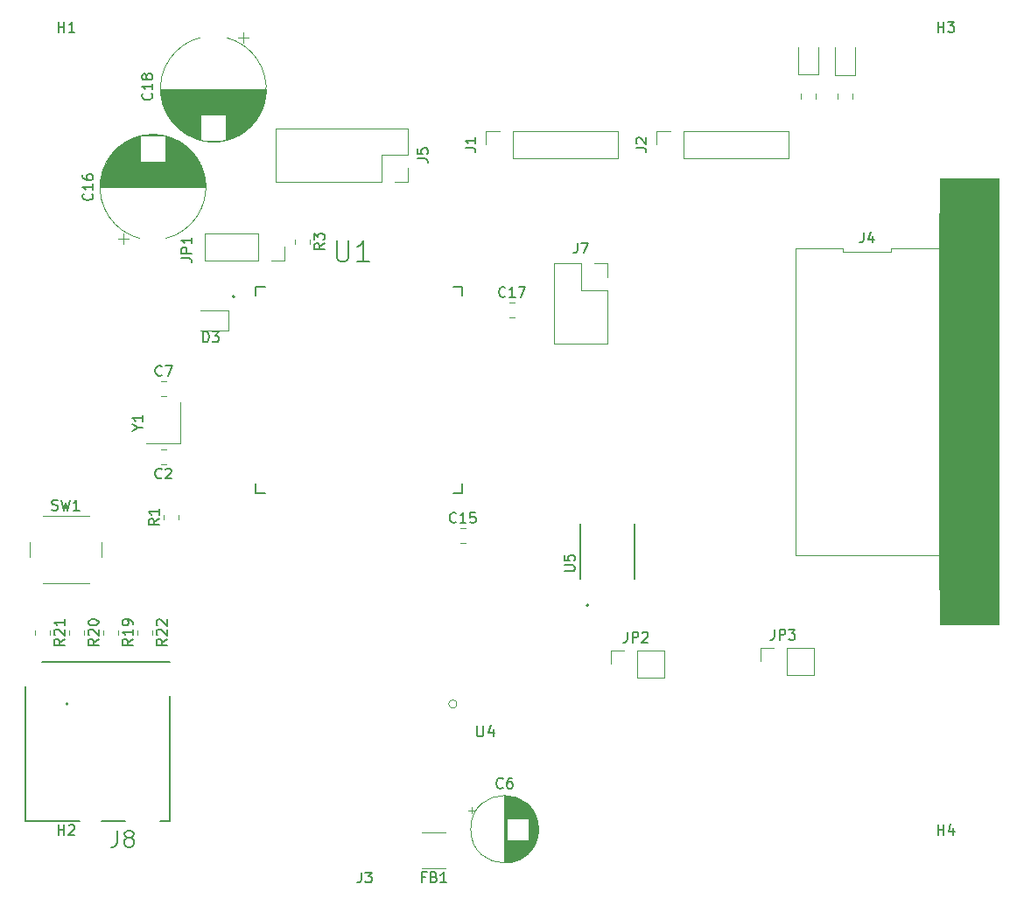
<source format=gbr>
%TF.GenerationSoftware,KiCad,Pcbnew,(5.1.8)-1*%
%TF.CreationDate,2021-11-01T21:13:11+01:00*%
%TF.ProjectId,Dashboard,44617368-626f-4617-9264-2e6b69636164,rev?*%
%TF.SameCoordinates,Original*%
%TF.FileFunction,Legend,Top*%
%TF.FilePolarity,Positive*%
%FSLAX46Y46*%
G04 Gerber Fmt 4.6, Leading zero omitted, Abs format (unit mm)*
G04 Created by KiCad (PCBNEW (5.1.8)-1) date 2021-11-01 21:13:11*
%MOMM*%
%LPD*%
G01*
G04 APERTURE LIST*
%ADD10C,0.120000*%
%ADD11C,0.152400*%
%ADD12C,0.200000*%
%ADD13C,0.100000*%
%ADD14C,0.127000*%
%ADD15C,0.150000*%
G04 APERTURE END LIST*
D10*
%TO.C,D1*%
X247579000Y-16731500D02*
X247579000Y-19416500D01*
X247579000Y-19416500D02*
X249499000Y-19416500D01*
X249499000Y-19416500D02*
X249499000Y-16731500D01*
%TO.C,D2*%
X245943000Y-19386500D02*
X245943000Y-16701500D01*
X244023000Y-19386500D02*
X245943000Y-19386500D01*
X244023000Y-16701500D02*
X244023000Y-19386500D01*
%TO.C,J2*%
X232918000Y-27492000D02*
X232918000Y-24832000D01*
X232918000Y-27492000D02*
X243138000Y-27492000D01*
X243138000Y-27492000D02*
X243138000Y-24832000D01*
X232918000Y-24832000D02*
X243138000Y-24832000D01*
X230318000Y-24832000D02*
X231648000Y-24832000D01*
X230318000Y-26162000D02*
X230318000Y-24832000D01*
%TO.C,J1*%
X213808000Y-26162000D02*
X213808000Y-24832000D01*
X213808000Y-24832000D02*
X215138000Y-24832000D01*
X216408000Y-24832000D02*
X226628000Y-24832000D01*
X226628000Y-27492000D02*
X226628000Y-24832000D01*
X216408000Y-27492000D02*
X226628000Y-27492000D01*
X216408000Y-27492000D02*
X216408000Y-24832000D01*
%TO.C,R4*%
X244248000Y-21259436D02*
X244248000Y-21713564D01*
X245718000Y-21259436D02*
X245718000Y-21713564D01*
%TO.C,R2*%
X249274000Y-21259436D02*
X249274000Y-21713564D01*
X247804000Y-21259436D02*
X247804000Y-21713564D01*
D11*
%TO.C,U1*%
X211549000Y-39911000D02*
X211549000Y-40811000D01*
X210649000Y-39911000D02*
X211549000Y-39911000D01*
X211549000Y-59911000D02*
X211549000Y-59011000D01*
X210649000Y-59911000D02*
X211549000Y-59911000D01*
X191549000Y-59911000D02*
X192449000Y-59911000D01*
X191549000Y-59011000D02*
X191549000Y-59911000D01*
X191549000Y-39911000D02*
X192449000Y-39911000D01*
X191549000Y-40811000D02*
X191549000Y-39911000D01*
D12*
X189509000Y-40881000D02*
G75*
G03*
X189509000Y-40881000I-100000J0D01*
G01*
D10*
%TO.C,C6*%
X212440759Y-90302000D02*
X212440759Y-90932000D01*
X212125759Y-90617000D02*
X212755759Y-90617000D01*
X218867000Y-92054000D02*
X218867000Y-92858000D01*
X218827000Y-91823000D02*
X218827000Y-93089000D01*
X218787000Y-91654000D02*
X218787000Y-93258000D01*
X218747000Y-91516000D02*
X218747000Y-93396000D01*
X218707000Y-91397000D02*
X218707000Y-93515000D01*
X218667000Y-91291000D02*
X218667000Y-93621000D01*
X218627000Y-91194000D02*
X218627000Y-93718000D01*
X218587000Y-91106000D02*
X218587000Y-93806000D01*
X218547000Y-91024000D02*
X218547000Y-93888000D01*
X218507000Y-90947000D02*
X218507000Y-93965000D01*
X218467000Y-90875000D02*
X218467000Y-94037000D01*
X218427000Y-90806000D02*
X218427000Y-94106000D01*
X218387000Y-90742000D02*
X218387000Y-94170000D01*
X218347000Y-90680000D02*
X218347000Y-94232000D01*
X218307000Y-90622000D02*
X218307000Y-94290000D01*
X218267000Y-90566000D02*
X218267000Y-94346000D01*
X218227000Y-90512000D02*
X218227000Y-94400000D01*
X218187000Y-90461000D02*
X218187000Y-94451000D01*
X218147000Y-90412000D02*
X218147000Y-94500000D01*
X218107000Y-90364000D02*
X218107000Y-94548000D01*
X218067000Y-90319000D02*
X218067000Y-94593000D01*
X218027000Y-90274000D02*
X218027000Y-94638000D01*
X217987000Y-90232000D02*
X217987000Y-94680000D01*
X217947000Y-90191000D02*
X217947000Y-94721000D01*
X217907000Y-93496000D02*
X217907000Y-94761000D01*
X217907000Y-90151000D02*
X217907000Y-91416000D01*
X217867000Y-93496000D02*
X217867000Y-94799000D01*
X217867000Y-90113000D02*
X217867000Y-91416000D01*
X217827000Y-93496000D02*
X217827000Y-94836000D01*
X217827000Y-90076000D02*
X217827000Y-91416000D01*
X217787000Y-93496000D02*
X217787000Y-94872000D01*
X217787000Y-90040000D02*
X217787000Y-91416000D01*
X217747000Y-93496000D02*
X217747000Y-94906000D01*
X217747000Y-90006000D02*
X217747000Y-91416000D01*
X217707000Y-93496000D02*
X217707000Y-94940000D01*
X217707000Y-89972000D02*
X217707000Y-91416000D01*
X217667000Y-93496000D02*
X217667000Y-94972000D01*
X217667000Y-89940000D02*
X217667000Y-91416000D01*
X217627000Y-93496000D02*
X217627000Y-95004000D01*
X217627000Y-89908000D02*
X217627000Y-91416000D01*
X217587000Y-93496000D02*
X217587000Y-95034000D01*
X217587000Y-89878000D02*
X217587000Y-91416000D01*
X217547000Y-93496000D02*
X217547000Y-95063000D01*
X217547000Y-89849000D02*
X217547000Y-91416000D01*
X217507000Y-93496000D02*
X217507000Y-95092000D01*
X217507000Y-89820000D02*
X217507000Y-91416000D01*
X217467000Y-93496000D02*
X217467000Y-95120000D01*
X217467000Y-89792000D02*
X217467000Y-91416000D01*
X217427000Y-93496000D02*
X217427000Y-95146000D01*
X217427000Y-89766000D02*
X217427000Y-91416000D01*
X217387000Y-93496000D02*
X217387000Y-95172000D01*
X217387000Y-89740000D02*
X217387000Y-91416000D01*
X217347000Y-93496000D02*
X217347000Y-95198000D01*
X217347000Y-89714000D02*
X217347000Y-91416000D01*
X217307000Y-93496000D02*
X217307000Y-95222000D01*
X217307000Y-89690000D02*
X217307000Y-91416000D01*
X217267000Y-93496000D02*
X217267000Y-95246000D01*
X217267000Y-89666000D02*
X217267000Y-91416000D01*
X217227000Y-93496000D02*
X217227000Y-95268000D01*
X217227000Y-89644000D02*
X217227000Y-91416000D01*
X217187000Y-93496000D02*
X217187000Y-95290000D01*
X217187000Y-89622000D02*
X217187000Y-91416000D01*
X217147000Y-93496000D02*
X217147000Y-95312000D01*
X217147000Y-89600000D02*
X217147000Y-91416000D01*
X217107000Y-93496000D02*
X217107000Y-95332000D01*
X217107000Y-89580000D02*
X217107000Y-91416000D01*
X217067000Y-93496000D02*
X217067000Y-95352000D01*
X217067000Y-89560000D02*
X217067000Y-91416000D01*
X217027000Y-93496000D02*
X217027000Y-95372000D01*
X217027000Y-89540000D02*
X217027000Y-91416000D01*
X216987000Y-93496000D02*
X216987000Y-95390000D01*
X216987000Y-89522000D02*
X216987000Y-91416000D01*
X216947000Y-93496000D02*
X216947000Y-95408000D01*
X216947000Y-89504000D02*
X216947000Y-91416000D01*
X216907000Y-93496000D02*
X216907000Y-95426000D01*
X216907000Y-89486000D02*
X216907000Y-91416000D01*
X216867000Y-93496000D02*
X216867000Y-95442000D01*
X216867000Y-89470000D02*
X216867000Y-91416000D01*
X216827000Y-93496000D02*
X216827000Y-95458000D01*
X216827000Y-89454000D02*
X216827000Y-91416000D01*
X216787000Y-93496000D02*
X216787000Y-95474000D01*
X216787000Y-89438000D02*
X216787000Y-91416000D01*
X216747000Y-93496000D02*
X216747000Y-95489000D01*
X216747000Y-89423000D02*
X216747000Y-91416000D01*
X216707000Y-93496000D02*
X216707000Y-95503000D01*
X216707000Y-89409000D02*
X216707000Y-91416000D01*
X216667000Y-93496000D02*
X216667000Y-95517000D01*
X216667000Y-89395000D02*
X216667000Y-91416000D01*
X216627000Y-93496000D02*
X216627000Y-95530000D01*
X216627000Y-89382000D02*
X216627000Y-91416000D01*
X216587000Y-93496000D02*
X216587000Y-95542000D01*
X216587000Y-89370000D02*
X216587000Y-91416000D01*
X216547000Y-93496000D02*
X216547000Y-95554000D01*
X216547000Y-89358000D02*
X216547000Y-91416000D01*
X216507000Y-93496000D02*
X216507000Y-95566000D01*
X216507000Y-89346000D02*
X216507000Y-91416000D01*
X216467000Y-93496000D02*
X216467000Y-95577000D01*
X216467000Y-89335000D02*
X216467000Y-91416000D01*
X216427000Y-93496000D02*
X216427000Y-95587000D01*
X216427000Y-89325000D02*
X216427000Y-91416000D01*
X216387000Y-93496000D02*
X216387000Y-95597000D01*
X216387000Y-89315000D02*
X216387000Y-91416000D01*
X216347000Y-93496000D02*
X216347000Y-95606000D01*
X216347000Y-89306000D02*
X216347000Y-91416000D01*
X216306000Y-93496000D02*
X216306000Y-95615000D01*
X216306000Y-89297000D02*
X216306000Y-91416000D01*
X216266000Y-93496000D02*
X216266000Y-95623000D01*
X216266000Y-89289000D02*
X216266000Y-91416000D01*
X216226000Y-93496000D02*
X216226000Y-95631000D01*
X216226000Y-89281000D02*
X216226000Y-91416000D01*
X216186000Y-93496000D02*
X216186000Y-95638000D01*
X216186000Y-89274000D02*
X216186000Y-91416000D01*
X216146000Y-93496000D02*
X216146000Y-95645000D01*
X216146000Y-89267000D02*
X216146000Y-91416000D01*
X216106000Y-93496000D02*
X216106000Y-95651000D01*
X216106000Y-89261000D02*
X216106000Y-91416000D01*
X216066000Y-93496000D02*
X216066000Y-95657000D01*
X216066000Y-89255000D02*
X216066000Y-91416000D01*
X216026000Y-93496000D02*
X216026000Y-95662000D01*
X216026000Y-89250000D02*
X216026000Y-91416000D01*
X215986000Y-93496000D02*
X215986000Y-95667000D01*
X215986000Y-89245000D02*
X215986000Y-91416000D01*
X215946000Y-93496000D02*
X215946000Y-95671000D01*
X215946000Y-89241000D02*
X215946000Y-91416000D01*
X215906000Y-93496000D02*
X215906000Y-95674000D01*
X215906000Y-89238000D02*
X215906000Y-91416000D01*
X215866000Y-93496000D02*
X215866000Y-95678000D01*
X215866000Y-89234000D02*
X215866000Y-91416000D01*
X215826000Y-89232000D02*
X215826000Y-95680000D01*
X215786000Y-89229000D02*
X215786000Y-95683000D01*
X215746000Y-89228000D02*
X215746000Y-95684000D01*
X215706000Y-89226000D02*
X215706000Y-95686000D01*
X215666000Y-89226000D02*
X215666000Y-95686000D01*
X215626000Y-89226000D02*
X215626000Y-95686000D01*
X218896000Y-92456000D02*
G75*
G03*
X218896000Y-92456000I-3270000J0D01*
G01*
D13*
%TO.C,U4*%
X211022000Y-80328000D02*
G75*
G03*
X211022000Y-80328000I-400000J0D01*
G01*
D10*
%TO.C,C2*%
X182887252Y-55653000D02*
X182364748Y-55653000D01*
X182887252Y-57123000D02*
X182364748Y-57123000D01*
%TO.C,C7*%
X182364748Y-49049000D02*
X182887252Y-49049000D01*
X182364748Y-50519000D02*
X182887252Y-50519000D01*
%TO.C,C15*%
X211320748Y-63273000D02*
X211843252Y-63273000D01*
X211320748Y-64743000D02*
X211843252Y-64743000D01*
%TO.C,C17*%
X216080748Y-42899000D02*
X216603252Y-42899000D01*
X216080748Y-41429000D02*
X216603252Y-41429000D01*
%TO.C,D3*%
X188883000Y-42220000D02*
X186198000Y-42220000D01*
X188883000Y-44140000D02*
X188883000Y-42220000D01*
X186198000Y-44140000D02*
X188883000Y-44140000D01*
%TO.C,FB1*%
X209949252Y-92778000D02*
X207626748Y-92778000D01*
X209949252Y-96198000D02*
X207626748Y-96198000D01*
D13*
%TO.C,J4*%
G36*
X257743000Y-72644000D02*
G01*
X257682999Y-65904000D01*
X257683000Y-36204000D01*
X257743000Y-29464000D01*
X263458000Y-29464000D01*
X263458000Y-72644000D01*
X257743000Y-72644000D01*
G37*
X257743000Y-72644000D02*
X257682999Y-65904000D01*
X257683000Y-36204000D01*
X257743000Y-29464000D01*
X263458000Y-29464000D01*
X263458000Y-72644000D01*
X257743000Y-72644000D01*
D10*
X248389667Y-36204000D02*
X243773001Y-36204000D01*
X248389667Y-36564000D02*
X248389667Y-36204000D01*
X253006333Y-36564000D02*
X248389667Y-36564000D01*
X253006333Y-36204000D02*
X253006333Y-36564000D01*
X257623000Y-36204000D02*
X253006333Y-36204000D01*
X257622999Y-65904000D02*
X257623000Y-36204000D01*
X243773000Y-65904000D02*
X257622999Y-65904000D01*
X243773001Y-36204000D02*
X243773000Y-65904000D01*
%TO.C,J5*%
X206308000Y-24578000D02*
X206308000Y-27178000D01*
X206308000Y-24578000D02*
X193488000Y-24578000D01*
X193488000Y-24578000D02*
X193488000Y-29778000D01*
X203708000Y-29778000D02*
X193488000Y-29778000D01*
X203708000Y-27178000D02*
X203708000Y-29778000D01*
X206308000Y-27178000D02*
X203708000Y-27178000D01*
X206308000Y-29778000D02*
X204978000Y-29778000D01*
X206308000Y-28448000D02*
X206308000Y-29778000D01*
D12*
%TO.C,J8*%
X173376000Y-80324000D02*
G75*
G03*
X173376000Y-80324000I-100000J0D01*
G01*
X174556000Y-91674000D02*
X169276000Y-91674000D01*
X169276000Y-78614000D02*
X169276000Y-91674000D01*
X183276000Y-79594000D02*
X183276000Y-91674000D01*
X178966000Y-91674000D02*
X176626000Y-91674000D01*
X183276000Y-76274000D02*
X170886000Y-76274000D01*
X183276000Y-91674000D02*
X182296000Y-91674000D01*
D10*
%TO.C,JP1*%
X194370000Y-36068000D02*
X194370000Y-37398000D01*
X194370000Y-37398000D02*
X193040000Y-37398000D01*
X191770000Y-37398000D02*
X186630000Y-37398000D01*
X186630000Y-34738000D02*
X186630000Y-37398000D01*
X191770000Y-34738000D02*
X186630000Y-34738000D01*
X191770000Y-34738000D02*
X191770000Y-37398000D01*
%TO.C,JP2*%
X228473000Y-77784000D02*
X228473000Y-75124000D01*
X228473000Y-77784000D02*
X231073000Y-77784000D01*
X231073000Y-77784000D02*
X231073000Y-75124000D01*
X228473000Y-75124000D02*
X231073000Y-75124000D01*
X225873000Y-75124000D02*
X227203000Y-75124000D01*
X225873000Y-76454000D02*
X225873000Y-75124000D01*
%TO.C,JP3*%
X242951000Y-77530000D02*
X242951000Y-74870000D01*
X242951000Y-77530000D02*
X245551000Y-77530000D01*
X245551000Y-77530000D02*
X245551000Y-74870000D01*
X242951000Y-74870000D02*
X245551000Y-74870000D01*
X240351000Y-74870000D02*
X241681000Y-74870000D01*
X240351000Y-76200000D02*
X240351000Y-74870000D01*
%TO.C,R1*%
X184123000Y-62457064D02*
X184123000Y-62002936D01*
X182653000Y-62457064D02*
X182653000Y-62002936D01*
%TO.C,R3*%
X196823000Y-35332936D02*
X196823000Y-35787064D01*
X195353000Y-35332936D02*
X195353000Y-35787064D01*
%TO.C,R19*%
X176811000Y-73178936D02*
X176811000Y-73633064D01*
X178281000Y-73178936D02*
X178281000Y-73633064D01*
%TO.C,R20*%
X174979000Y-73178936D02*
X174979000Y-73633064D01*
X173509000Y-73178936D02*
X173509000Y-73633064D01*
%TO.C,R21*%
X170207000Y-73178936D02*
X170207000Y-73633064D01*
X171677000Y-73178936D02*
X171677000Y-73633064D01*
%TO.C,R22*%
X181583000Y-73178936D02*
X181583000Y-73633064D01*
X180113000Y-73178936D02*
X180113000Y-73633064D01*
%TO.C,SW1*%
X176676000Y-66119000D02*
X176676000Y-64619000D01*
X175426000Y-62119000D02*
X170926000Y-62119000D01*
X169676000Y-64619000D02*
X169676000Y-66119000D01*
X170926000Y-68619000D02*
X175426000Y-68619000D01*
D14*
%TO.C,U5*%
X228172000Y-68177000D02*
X228172000Y-62887000D01*
X222932000Y-68177000D02*
X222932000Y-62887000D01*
D12*
X223747000Y-70767000D02*
G75*
G03*
X223747000Y-70767000I-100000J0D01*
G01*
D10*
%TO.C,Y1*%
X184276000Y-55086000D02*
X184276000Y-51086000D01*
X180976000Y-55086000D02*
X184276000Y-55086000D01*
%TO.C,C16*%
X182870000Y-35248540D02*
G75*
G03*
X180350000Y-35248540I-1260000J4962540D01*
G01*
X176530000Y-30286000D02*
X186690000Y-30286000D01*
X176530000Y-30246000D02*
X186690000Y-30246000D01*
X176530000Y-30206000D02*
X186690000Y-30206000D01*
X176531000Y-30166000D02*
X186689000Y-30166000D01*
X176532000Y-30126000D02*
X186688000Y-30126000D01*
X176533000Y-30086000D02*
X186687000Y-30086000D01*
X176535000Y-30046000D02*
X186685000Y-30046000D01*
X176537000Y-30006000D02*
X186683000Y-30006000D01*
X176540000Y-29966000D02*
X186680000Y-29966000D01*
X176542000Y-29926000D02*
X186678000Y-29926000D01*
X176545000Y-29886000D02*
X186675000Y-29886000D01*
X176548000Y-29846000D02*
X186672000Y-29846000D01*
X176552000Y-29806000D02*
X186668000Y-29806000D01*
X176556000Y-29766000D02*
X186664000Y-29766000D01*
X176560000Y-29726000D02*
X186660000Y-29726000D01*
X176565000Y-29686000D02*
X186655000Y-29686000D01*
X176570000Y-29646000D02*
X186650000Y-29646000D01*
X176575000Y-29606000D02*
X186645000Y-29606000D01*
X176580000Y-29565000D02*
X186640000Y-29565000D01*
X176586000Y-29525000D02*
X186634000Y-29525000D01*
X176592000Y-29485000D02*
X186628000Y-29485000D01*
X176599000Y-29445000D02*
X186621000Y-29445000D01*
X176606000Y-29405000D02*
X186614000Y-29405000D01*
X176613000Y-29365000D02*
X186607000Y-29365000D01*
X176620000Y-29325000D02*
X186600000Y-29325000D01*
X176628000Y-29285000D02*
X186592000Y-29285000D01*
X176636000Y-29245000D02*
X186584000Y-29245000D01*
X176645000Y-29205000D02*
X186575000Y-29205000D01*
X176654000Y-29165000D02*
X186566000Y-29165000D01*
X176663000Y-29125000D02*
X186557000Y-29125000D01*
X176672000Y-29085000D02*
X186548000Y-29085000D01*
X176682000Y-29045000D02*
X186538000Y-29045000D01*
X176692000Y-29005000D02*
X186528000Y-29005000D01*
X176703000Y-28965000D02*
X186517000Y-28965000D01*
X176713000Y-28925000D02*
X186507000Y-28925000D01*
X176725000Y-28885000D02*
X186495000Y-28885000D01*
X176736000Y-28845000D02*
X186484000Y-28845000D01*
X176748000Y-28805000D02*
X186472000Y-28805000D01*
X176760000Y-28765000D02*
X186460000Y-28765000D01*
X176773000Y-28725000D02*
X186447000Y-28725000D01*
X176786000Y-28685000D02*
X186434000Y-28685000D01*
X176799000Y-28645000D02*
X186421000Y-28645000D01*
X176813000Y-28605000D02*
X186407000Y-28605000D01*
X176827000Y-28565000D02*
X186393000Y-28565000D01*
X176842000Y-28525000D02*
X186378000Y-28525000D01*
X176856000Y-28485000D02*
X186364000Y-28485000D01*
X176872000Y-28445000D02*
X186348000Y-28445000D01*
X176887000Y-28405000D02*
X186333000Y-28405000D01*
X176903000Y-28365000D02*
X186317000Y-28365000D01*
X176920000Y-28325000D02*
X186300000Y-28325000D01*
X176936000Y-28285000D02*
X186284000Y-28285000D01*
X176953000Y-28245000D02*
X186267000Y-28245000D01*
X176971000Y-28205000D02*
X186249000Y-28205000D01*
X176989000Y-28165000D02*
X186231000Y-28165000D01*
X177007000Y-28125000D02*
X186213000Y-28125000D01*
X177026000Y-28085000D02*
X186194000Y-28085000D01*
X177046000Y-28045000D02*
X186174000Y-28045000D01*
X177065000Y-28005000D02*
X186155000Y-28005000D01*
X177085000Y-27965000D02*
X186135000Y-27965000D01*
X177106000Y-27925000D02*
X186114000Y-27925000D01*
X177127000Y-27885000D02*
X186093000Y-27885000D01*
X177148000Y-27845000D02*
X186072000Y-27845000D01*
X177170000Y-27805000D02*
X186050000Y-27805000D01*
X177193000Y-27765000D02*
X180369000Y-27765000D01*
X182851000Y-27765000D02*
X186027000Y-27765000D01*
X177215000Y-27725000D02*
X180369000Y-27725000D01*
X182851000Y-27725000D02*
X186005000Y-27725000D01*
X177239000Y-27685000D02*
X180369000Y-27685000D01*
X182851000Y-27685000D02*
X185981000Y-27685000D01*
X177263000Y-27645000D02*
X180369000Y-27645000D01*
X182851000Y-27645000D02*
X185957000Y-27645000D01*
X177287000Y-27605000D02*
X180369000Y-27605000D01*
X182851000Y-27605000D02*
X185933000Y-27605000D01*
X177312000Y-27565000D02*
X180369000Y-27565000D01*
X182851000Y-27565000D02*
X185908000Y-27565000D01*
X177337000Y-27525000D02*
X180369000Y-27525000D01*
X182851000Y-27525000D02*
X185883000Y-27525000D01*
X177363000Y-27485000D02*
X180369000Y-27485000D01*
X182851000Y-27485000D02*
X185857000Y-27485000D01*
X177389000Y-27445000D02*
X180369000Y-27445000D01*
X182851000Y-27445000D02*
X185831000Y-27445000D01*
X177416000Y-27405000D02*
X180369000Y-27405000D01*
X182851000Y-27405000D02*
X185804000Y-27405000D01*
X177444000Y-27365000D02*
X180369000Y-27365000D01*
X182851000Y-27365000D02*
X185776000Y-27365000D01*
X177472000Y-27325000D02*
X180369000Y-27325000D01*
X182851000Y-27325000D02*
X185748000Y-27325000D01*
X177500000Y-27285000D02*
X180369000Y-27285000D01*
X182851000Y-27285000D02*
X185720000Y-27285000D01*
X177530000Y-27245000D02*
X180369000Y-27245000D01*
X182851000Y-27245000D02*
X185690000Y-27245000D01*
X177560000Y-27205000D02*
X180369000Y-27205000D01*
X182851000Y-27205000D02*
X185660000Y-27205000D01*
X177590000Y-27165000D02*
X180369000Y-27165000D01*
X182851000Y-27165000D02*
X185630000Y-27165000D01*
X177621000Y-27125000D02*
X180369000Y-27125000D01*
X182851000Y-27125000D02*
X185599000Y-27125000D01*
X177653000Y-27085000D02*
X180369000Y-27085000D01*
X182851000Y-27085000D02*
X185567000Y-27085000D01*
X177685000Y-27045000D02*
X180369000Y-27045000D01*
X182851000Y-27045000D02*
X185535000Y-27045000D01*
X177718000Y-27005000D02*
X180369000Y-27005000D01*
X182851000Y-27005000D02*
X185502000Y-27005000D01*
X177752000Y-26965000D02*
X180369000Y-26965000D01*
X182851000Y-26965000D02*
X185468000Y-26965000D01*
X177786000Y-26925000D02*
X180369000Y-26925000D01*
X182851000Y-26925000D02*
X185434000Y-26925000D01*
X177821000Y-26885000D02*
X180369000Y-26885000D01*
X182851000Y-26885000D02*
X185399000Y-26885000D01*
X177857000Y-26845000D02*
X180369000Y-26845000D01*
X182851000Y-26845000D02*
X185363000Y-26845000D01*
X177894000Y-26805000D02*
X180369000Y-26805000D01*
X182851000Y-26805000D02*
X185326000Y-26805000D01*
X177931000Y-26765000D02*
X180369000Y-26765000D01*
X182851000Y-26765000D02*
X185289000Y-26765000D01*
X177970000Y-26725000D02*
X180369000Y-26725000D01*
X182851000Y-26725000D02*
X185250000Y-26725000D01*
X178009000Y-26685000D02*
X180369000Y-26685000D01*
X182851000Y-26685000D02*
X185211000Y-26685000D01*
X178049000Y-26645000D02*
X180369000Y-26645000D01*
X182851000Y-26645000D02*
X185171000Y-26645000D01*
X178090000Y-26605000D02*
X180369000Y-26605000D01*
X182851000Y-26605000D02*
X185130000Y-26605000D01*
X178132000Y-26565000D02*
X180369000Y-26565000D01*
X182851000Y-26565000D02*
X185088000Y-26565000D01*
X178174000Y-26525000D02*
X180369000Y-26525000D01*
X182851000Y-26525000D02*
X185046000Y-26525000D01*
X178218000Y-26485000D02*
X180369000Y-26485000D01*
X182851000Y-26485000D02*
X185002000Y-26485000D01*
X178263000Y-26445000D02*
X180369000Y-26445000D01*
X182851000Y-26445000D02*
X184957000Y-26445000D01*
X178309000Y-26405000D02*
X180369000Y-26405000D01*
X182851000Y-26405000D02*
X184911000Y-26405000D01*
X178356000Y-26365000D02*
X180369000Y-26365000D01*
X182851000Y-26365000D02*
X184864000Y-26365000D01*
X178404000Y-26325000D02*
X180369000Y-26325000D01*
X182851000Y-26325000D02*
X184816000Y-26325000D01*
X178454000Y-26285000D02*
X180369000Y-26285000D01*
X182851000Y-26285000D02*
X184766000Y-26285000D01*
X178504000Y-26245000D02*
X180369000Y-26245000D01*
X182851000Y-26245000D02*
X184716000Y-26245000D01*
X178556000Y-26205000D02*
X180369000Y-26205000D01*
X182851000Y-26205000D02*
X184664000Y-26205000D01*
X178610000Y-26165000D02*
X180369000Y-26165000D01*
X182851000Y-26165000D02*
X184610000Y-26165000D01*
X178665000Y-26125000D02*
X180369000Y-26125000D01*
X182851000Y-26125000D02*
X184555000Y-26125000D01*
X178721000Y-26085000D02*
X180369000Y-26085000D01*
X182851000Y-26085000D02*
X184499000Y-26085000D01*
X178780000Y-26045000D02*
X180369000Y-26045000D01*
X182851000Y-26045000D02*
X184440000Y-26045000D01*
X178840000Y-26005000D02*
X180369000Y-26005000D01*
X182851000Y-26005000D02*
X184380000Y-26005000D01*
X178901000Y-25965000D02*
X180369000Y-25965000D01*
X182851000Y-25965000D02*
X184319000Y-25965000D01*
X178965000Y-25925000D02*
X180369000Y-25925000D01*
X182851000Y-25925000D02*
X184255000Y-25925000D01*
X179031000Y-25885000D02*
X180369000Y-25885000D01*
X182851000Y-25885000D02*
X184189000Y-25885000D01*
X179100000Y-25845000D02*
X180369000Y-25845000D01*
X182851000Y-25845000D02*
X184120000Y-25845000D01*
X179171000Y-25805000D02*
X180369000Y-25805000D01*
X182851000Y-25805000D02*
X184049000Y-25805000D01*
X179245000Y-25765000D02*
X180369000Y-25765000D01*
X182851000Y-25765000D02*
X183975000Y-25765000D01*
X179321000Y-25725000D02*
X180369000Y-25725000D01*
X182851000Y-25725000D02*
X183899000Y-25725000D01*
X179401000Y-25685000D02*
X180369000Y-25685000D01*
X182851000Y-25685000D02*
X183819000Y-25685000D01*
X179485000Y-25645000D02*
X180369000Y-25645000D01*
X182851000Y-25645000D02*
X183735000Y-25645000D01*
X179573000Y-25605000D02*
X180369000Y-25605000D01*
X182851000Y-25605000D02*
X183647000Y-25605000D01*
X179666000Y-25565000D02*
X180369000Y-25565000D01*
X182851000Y-25565000D02*
X183554000Y-25565000D01*
X179764000Y-25525000D02*
X180369000Y-25525000D01*
X182851000Y-25525000D02*
X183456000Y-25525000D01*
X179868000Y-25485000D02*
X180369000Y-25485000D01*
X182851000Y-25485000D02*
X183352000Y-25485000D01*
X179980000Y-25445000D02*
X180369000Y-25445000D01*
X182851000Y-25445000D02*
X183240000Y-25445000D01*
X180100000Y-25405000D02*
X180369000Y-25405000D01*
X182851000Y-25405000D02*
X183120000Y-25405000D01*
X180232000Y-25365000D02*
X180369000Y-25365000D01*
X182851000Y-25365000D02*
X182988000Y-25365000D01*
X180548000Y-25285000D02*
X182672000Y-25285000D01*
X180748000Y-25245000D02*
X182472000Y-25245000D01*
X181011000Y-25205000D02*
X182209000Y-25205000D01*
X178735000Y-35765646D02*
X178735000Y-34765646D01*
X178235000Y-35265646D02*
X179235000Y-35265646D01*
%TO.C,C18*%
X190827000Y-15788354D02*
X189827000Y-15788354D01*
X190327000Y-15288354D02*
X190327000Y-16288354D01*
X188051000Y-25849000D02*
X186853000Y-25849000D01*
X188314000Y-25809000D02*
X186590000Y-25809000D01*
X188514000Y-25769000D02*
X186390000Y-25769000D01*
X186211000Y-25689000D02*
X186074000Y-25689000D01*
X188830000Y-25689000D02*
X188693000Y-25689000D01*
X186211000Y-25649000D02*
X185942000Y-25649000D01*
X188962000Y-25649000D02*
X188693000Y-25649000D01*
X186211000Y-25609000D02*
X185822000Y-25609000D01*
X189082000Y-25609000D02*
X188693000Y-25609000D01*
X186211000Y-25569000D02*
X185710000Y-25569000D01*
X189194000Y-25569000D02*
X188693000Y-25569000D01*
X186211000Y-25529000D02*
X185606000Y-25529000D01*
X189298000Y-25529000D02*
X188693000Y-25529000D01*
X186211000Y-25489000D02*
X185508000Y-25489000D01*
X189396000Y-25489000D02*
X188693000Y-25489000D01*
X186211000Y-25449000D02*
X185415000Y-25449000D01*
X189489000Y-25449000D02*
X188693000Y-25449000D01*
X186211000Y-25409000D02*
X185327000Y-25409000D01*
X189577000Y-25409000D02*
X188693000Y-25409000D01*
X186211000Y-25369000D02*
X185243000Y-25369000D01*
X189661000Y-25369000D02*
X188693000Y-25369000D01*
X186211000Y-25329000D02*
X185163000Y-25329000D01*
X189741000Y-25329000D02*
X188693000Y-25329000D01*
X186211000Y-25289000D02*
X185087000Y-25289000D01*
X189817000Y-25289000D02*
X188693000Y-25289000D01*
X186211000Y-25249000D02*
X185013000Y-25249000D01*
X189891000Y-25249000D02*
X188693000Y-25249000D01*
X186211000Y-25209000D02*
X184942000Y-25209000D01*
X189962000Y-25209000D02*
X188693000Y-25209000D01*
X186211000Y-25169000D02*
X184873000Y-25169000D01*
X190031000Y-25169000D02*
X188693000Y-25169000D01*
X186211000Y-25129000D02*
X184807000Y-25129000D01*
X190097000Y-25129000D02*
X188693000Y-25129000D01*
X186211000Y-25089000D02*
X184743000Y-25089000D01*
X190161000Y-25089000D02*
X188693000Y-25089000D01*
X186211000Y-25049000D02*
X184682000Y-25049000D01*
X190222000Y-25049000D02*
X188693000Y-25049000D01*
X186211000Y-25009000D02*
X184622000Y-25009000D01*
X190282000Y-25009000D02*
X188693000Y-25009000D01*
X186211000Y-24969000D02*
X184563000Y-24969000D01*
X190341000Y-24969000D02*
X188693000Y-24969000D01*
X186211000Y-24929000D02*
X184507000Y-24929000D01*
X190397000Y-24929000D02*
X188693000Y-24929000D01*
X186211000Y-24889000D02*
X184452000Y-24889000D01*
X190452000Y-24889000D02*
X188693000Y-24889000D01*
X186211000Y-24849000D02*
X184398000Y-24849000D01*
X190506000Y-24849000D02*
X188693000Y-24849000D01*
X186211000Y-24809000D02*
X184346000Y-24809000D01*
X190558000Y-24809000D02*
X188693000Y-24809000D01*
X186211000Y-24769000D02*
X184296000Y-24769000D01*
X190608000Y-24769000D02*
X188693000Y-24769000D01*
X186211000Y-24729000D02*
X184246000Y-24729000D01*
X190658000Y-24729000D02*
X188693000Y-24729000D01*
X186211000Y-24689000D02*
X184198000Y-24689000D01*
X190706000Y-24689000D02*
X188693000Y-24689000D01*
X186211000Y-24649000D02*
X184151000Y-24649000D01*
X190753000Y-24649000D02*
X188693000Y-24649000D01*
X186211000Y-24609000D02*
X184105000Y-24609000D01*
X190799000Y-24609000D02*
X188693000Y-24609000D01*
X186211000Y-24569000D02*
X184060000Y-24569000D01*
X190844000Y-24569000D02*
X188693000Y-24569000D01*
X186211000Y-24529000D02*
X184016000Y-24529000D01*
X190888000Y-24529000D02*
X188693000Y-24529000D01*
X186211000Y-24489000D02*
X183974000Y-24489000D01*
X190930000Y-24489000D02*
X188693000Y-24489000D01*
X186211000Y-24449000D02*
X183932000Y-24449000D01*
X190972000Y-24449000D02*
X188693000Y-24449000D01*
X186211000Y-24409000D02*
X183891000Y-24409000D01*
X191013000Y-24409000D02*
X188693000Y-24409000D01*
X186211000Y-24369000D02*
X183851000Y-24369000D01*
X191053000Y-24369000D02*
X188693000Y-24369000D01*
X186211000Y-24329000D02*
X183812000Y-24329000D01*
X191092000Y-24329000D02*
X188693000Y-24329000D01*
X186211000Y-24289000D02*
X183773000Y-24289000D01*
X191131000Y-24289000D02*
X188693000Y-24289000D01*
X186211000Y-24249000D02*
X183736000Y-24249000D01*
X191168000Y-24249000D02*
X188693000Y-24249000D01*
X186211000Y-24209000D02*
X183699000Y-24209000D01*
X191205000Y-24209000D02*
X188693000Y-24209000D01*
X186211000Y-24169000D02*
X183663000Y-24169000D01*
X191241000Y-24169000D02*
X188693000Y-24169000D01*
X186211000Y-24129000D02*
X183628000Y-24129000D01*
X191276000Y-24129000D02*
X188693000Y-24129000D01*
X186211000Y-24089000D02*
X183594000Y-24089000D01*
X191310000Y-24089000D02*
X188693000Y-24089000D01*
X186211000Y-24049000D02*
X183560000Y-24049000D01*
X191344000Y-24049000D02*
X188693000Y-24049000D01*
X186211000Y-24009000D02*
X183527000Y-24009000D01*
X191377000Y-24009000D02*
X188693000Y-24009000D01*
X186211000Y-23969000D02*
X183495000Y-23969000D01*
X191409000Y-23969000D02*
X188693000Y-23969000D01*
X186211000Y-23929000D02*
X183463000Y-23929000D01*
X191441000Y-23929000D02*
X188693000Y-23929000D01*
X186211000Y-23889000D02*
X183432000Y-23889000D01*
X191472000Y-23889000D02*
X188693000Y-23889000D01*
X186211000Y-23849000D02*
X183402000Y-23849000D01*
X191502000Y-23849000D02*
X188693000Y-23849000D01*
X186211000Y-23809000D02*
X183372000Y-23809000D01*
X191532000Y-23809000D02*
X188693000Y-23809000D01*
X186211000Y-23769000D02*
X183342000Y-23769000D01*
X191562000Y-23769000D02*
X188693000Y-23769000D01*
X186211000Y-23729000D02*
X183314000Y-23729000D01*
X191590000Y-23729000D02*
X188693000Y-23729000D01*
X186211000Y-23689000D02*
X183286000Y-23689000D01*
X191618000Y-23689000D02*
X188693000Y-23689000D01*
X186211000Y-23649000D02*
X183258000Y-23649000D01*
X191646000Y-23649000D02*
X188693000Y-23649000D01*
X186211000Y-23609000D02*
X183231000Y-23609000D01*
X191673000Y-23609000D02*
X188693000Y-23609000D01*
X186211000Y-23569000D02*
X183205000Y-23569000D01*
X191699000Y-23569000D02*
X188693000Y-23569000D01*
X186211000Y-23529000D02*
X183179000Y-23529000D01*
X191725000Y-23529000D02*
X188693000Y-23529000D01*
X186211000Y-23489000D02*
X183154000Y-23489000D01*
X191750000Y-23489000D02*
X188693000Y-23489000D01*
X186211000Y-23449000D02*
X183129000Y-23449000D01*
X191775000Y-23449000D02*
X188693000Y-23449000D01*
X186211000Y-23409000D02*
X183105000Y-23409000D01*
X191799000Y-23409000D02*
X188693000Y-23409000D01*
X186211000Y-23369000D02*
X183081000Y-23369000D01*
X191823000Y-23369000D02*
X188693000Y-23369000D01*
X186211000Y-23329000D02*
X183057000Y-23329000D01*
X191847000Y-23329000D02*
X188693000Y-23329000D01*
X186211000Y-23289000D02*
X183035000Y-23289000D01*
X191869000Y-23289000D02*
X188693000Y-23289000D01*
X191892000Y-23249000D02*
X183012000Y-23249000D01*
X191914000Y-23209000D02*
X182990000Y-23209000D01*
X191935000Y-23169000D02*
X182969000Y-23169000D01*
X191956000Y-23129000D02*
X182948000Y-23129000D01*
X191977000Y-23089000D02*
X182927000Y-23089000D01*
X191997000Y-23049000D02*
X182907000Y-23049000D01*
X192016000Y-23009000D02*
X182888000Y-23009000D01*
X192036000Y-22969000D02*
X182868000Y-22969000D01*
X192055000Y-22929000D02*
X182849000Y-22929000D01*
X192073000Y-22889000D02*
X182831000Y-22889000D01*
X192091000Y-22849000D02*
X182813000Y-22849000D01*
X192109000Y-22809000D02*
X182795000Y-22809000D01*
X192126000Y-22769000D02*
X182778000Y-22769000D01*
X192142000Y-22729000D02*
X182762000Y-22729000D01*
X192159000Y-22689000D02*
X182745000Y-22689000D01*
X192175000Y-22649000D02*
X182729000Y-22649000D01*
X192190000Y-22609000D02*
X182714000Y-22609000D01*
X192206000Y-22569000D02*
X182698000Y-22569000D01*
X192220000Y-22529000D02*
X182684000Y-22529000D01*
X192235000Y-22489000D02*
X182669000Y-22489000D01*
X192249000Y-22449000D02*
X182655000Y-22449000D01*
X192263000Y-22409000D02*
X182641000Y-22409000D01*
X192276000Y-22369000D02*
X182628000Y-22369000D01*
X192289000Y-22329000D02*
X182615000Y-22329000D01*
X192302000Y-22289000D02*
X182602000Y-22289000D01*
X192314000Y-22249000D02*
X182590000Y-22249000D01*
X192326000Y-22209000D02*
X182578000Y-22209000D01*
X192337000Y-22169000D02*
X182567000Y-22169000D01*
X192349000Y-22129000D02*
X182555000Y-22129000D01*
X192359000Y-22089000D02*
X182545000Y-22089000D01*
X192370000Y-22049000D02*
X182534000Y-22049000D01*
X192380000Y-22009000D02*
X182524000Y-22009000D01*
X192390000Y-21969000D02*
X182514000Y-21969000D01*
X192399000Y-21929000D02*
X182505000Y-21929000D01*
X192408000Y-21889000D02*
X182496000Y-21889000D01*
X192417000Y-21849000D02*
X182487000Y-21849000D01*
X192426000Y-21809000D02*
X182478000Y-21809000D01*
X192434000Y-21769000D02*
X182470000Y-21769000D01*
X192442000Y-21729000D02*
X182462000Y-21729000D01*
X192449000Y-21689000D02*
X182455000Y-21689000D01*
X192456000Y-21649000D02*
X182448000Y-21649000D01*
X192463000Y-21609000D02*
X182441000Y-21609000D01*
X192470000Y-21569000D02*
X182434000Y-21569000D01*
X192476000Y-21529000D02*
X182428000Y-21529000D01*
X192482000Y-21489000D02*
X182422000Y-21489000D01*
X192487000Y-21448000D02*
X182417000Y-21448000D01*
X192492000Y-21408000D02*
X182412000Y-21408000D01*
X192497000Y-21368000D02*
X182407000Y-21368000D01*
X192502000Y-21328000D02*
X182402000Y-21328000D01*
X192506000Y-21288000D02*
X182398000Y-21288000D01*
X192510000Y-21248000D02*
X182394000Y-21248000D01*
X192514000Y-21208000D02*
X182390000Y-21208000D01*
X192517000Y-21168000D02*
X182387000Y-21168000D01*
X192520000Y-21128000D02*
X182384000Y-21128000D01*
X192522000Y-21088000D02*
X182382000Y-21088000D01*
X192525000Y-21048000D02*
X182379000Y-21048000D01*
X192527000Y-21008000D02*
X182377000Y-21008000D01*
X192529000Y-20968000D02*
X182375000Y-20968000D01*
X192530000Y-20928000D02*
X182374000Y-20928000D01*
X192531000Y-20888000D02*
X182373000Y-20888000D01*
X192532000Y-20848000D02*
X182372000Y-20848000D01*
X192532000Y-20808000D02*
X182372000Y-20808000D01*
X192532000Y-20768000D02*
X182372000Y-20768000D01*
X186192000Y-15805460D02*
G75*
G03*
X188712000Y-15805460I1260000J-4962540D01*
G01*
%TO.C,J7*%
X224282000Y-37659000D02*
X225612000Y-37659000D01*
X225612000Y-37659000D02*
X225612000Y-38989000D01*
X223012000Y-37659000D02*
X223012000Y-40259000D01*
X223012000Y-40259000D02*
X225612000Y-40259000D01*
X225612000Y-40259000D02*
X225612000Y-45399000D01*
X220412000Y-45399000D02*
X225612000Y-45399000D01*
X220412000Y-37659000D02*
X220412000Y-45399000D01*
X220412000Y-37659000D02*
X223012000Y-37659000D01*
%TO.C,J2*%
D15*
X228330380Y-26495333D02*
X229044666Y-26495333D01*
X229187523Y-26542952D01*
X229282761Y-26638190D01*
X229330380Y-26781047D01*
X229330380Y-26876285D01*
X228425619Y-26066761D02*
X228378000Y-26019142D01*
X228330380Y-25923904D01*
X228330380Y-25685809D01*
X228378000Y-25590571D01*
X228425619Y-25542952D01*
X228520857Y-25495333D01*
X228616095Y-25495333D01*
X228758952Y-25542952D01*
X229330380Y-26114380D01*
X229330380Y-25495333D01*
%TO.C,J1*%
X211820380Y-26495333D02*
X212534666Y-26495333D01*
X212677523Y-26542952D01*
X212772761Y-26638190D01*
X212820380Y-26781047D01*
X212820380Y-26876285D01*
X212820380Y-25495333D02*
X212820380Y-26066761D01*
X212820380Y-25781047D02*
X211820380Y-25781047D01*
X211963238Y-25876285D01*
X212058476Y-25971523D01*
X212106095Y-26066761D01*
%TO.C,U1*%
X199388882Y-35479821D02*
X199388882Y-37100259D01*
X199484202Y-37290898D01*
X199579522Y-37386218D01*
X199770161Y-37481538D01*
X200151441Y-37481538D01*
X200342080Y-37386218D01*
X200437400Y-37290898D01*
X200532720Y-37100259D01*
X200532720Y-35479821D01*
X202534437Y-37481538D02*
X201390599Y-37481538D01*
X201962518Y-37481538D02*
X201962518Y-35479821D01*
X201771878Y-35765781D01*
X201581239Y-35956420D01*
X201390599Y-36051740D01*
%TO.C,C6*%
X215459333Y-88413142D02*
X215411714Y-88460761D01*
X215268857Y-88508380D01*
X215173619Y-88508380D01*
X215030761Y-88460761D01*
X214935523Y-88365523D01*
X214887904Y-88270285D01*
X214840285Y-88079809D01*
X214840285Y-87936952D01*
X214887904Y-87746476D01*
X214935523Y-87651238D01*
X215030761Y-87556000D01*
X215173619Y-87508380D01*
X215268857Y-87508380D01*
X215411714Y-87556000D01*
X215459333Y-87603619D01*
X216316476Y-87508380D02*
X216126000Y-87508380D01*
X216030761Y-87556000D01*
X215983142Y-87603619D01*
X215887904Y-87746476D01*
X215840285Y-87936952D01*
X215840285Y-88317904D01*
X215887904Y-88413142D01*
X215935523Y-88460761D01*
X216030761Y-88508380D01*
X216221238Y-88508380D01*
X216316476Y-88460761D01*
X216364095Y-88413142D01*
X216411714Y-88317904D01*
X216411714Y-88079809D01*
X216364095Y-87984571D01*
X216316476Y-87936952D01*
X216221238Y-87889333D01*
X216030761Y-87889333D01*
X215935523Y-87936952D01*
X215887904Y-87984571D01*
X215840285Y-88079809D01*
%TO.C,U4*%
X212946374Y-82413879D02*
X212946374Y-83287961D01*
X212997791Y-83390794D01*
X213049208Y-83442210D01*
X213152041Y-83493627D01*
X213357707Y-83493627D01*
X213460540Y-83442210D01*
X213511957Y-83390794D01*
X213563373Y-83287961D01*
X213563373Y-82413879D01*
X214540288Y-82773795D02*
X214540288Y-83493627D01*
X214283205Y-82362462D02*
X214026122Y-83133711D01*
X214694538Y-83133711D01*
%TO.C,C2*%
X182459333Y-58425142D02*
X182411714Y-58472761D01*
X182268857Y-58520380D01*
X182173619Y-58520380D01*
X182030761Y-58472761D01*
X181935523Y-58377523D01*
X181887904Y-58282285D01*
X181840285Y-58091809D01*
X181840285Y-57948952D01*
X181887904Y-57758476D01*
X181935523Y-57663238D01*
X182030761Y-57568000D01*
X182173619Y-57520380D01*
X182268857Y-57520380D01*
X182411714Y-57568000D01*
X182459333Y-57615619D01*
X182840285Y-57615619D02*
X182887904Y-57568000D01*
X182983142Y-57520380D01*
X183221238Y-57520380D01*
X183316476Y-57568000D01*
X183364095Y-57615619D01*
X183411714Y-57710857D01*
X183411714Y-57806095D01*
X183364095Y-57948952D01*
X182792666Y-58520380D01*
X183411714Y-58520380D01*
%TO.C,C7*%
X182459333Y-48461142D02*
X182411714Y-48508761D01*
X182268857Y-48556380D01*
X182173619Y-48556380D01*
X182030761Y-48508761D01*
X181935523Y-48413523D01*
X181887904Y-48318285D01*
X181840285Y-48127809D01*
X181840285Y-47984952D01*
X181887904Y-47794476D01*
X181935523Y-47699238D01*
X182030761Y-47604000D01*
X182173619Y-47556380D01*
X182268857Y-47556380D01*
X182411714Y-47604000D01*
X182459333Y-47651619D01*
X182792666Y-47556380D02*
X183459333Y-47556380D01*
X183030761Y-48556380D01*
%TO.C,C15*%
X210939142Y-62685142D02*
X210891523Y-62732761D01*
X210748666Y-62780380D01*
X210653428Y-62780380D01*
X210510571Y-62732761D01*
X210415333Y-62637523D01*
X210367714Y-62542285D01*
X210320095Y-62351809D01*
X210320095Y-62208952D01*
X210367714Y-62018476D01*
X210415333Y-61923238D01*
X210510571Y-61828000D01*
X210653428Y-61780380D01*
X210748666Y-61780380D01*
X210891523Y-61828000D01*
X210939142Y-61875619D01*
X211891523Y-62780380D02*
X211320095Y-62780380D01*
X211605809Y-62780380D02*
X211605809Y-61780380D01*
X211510571Y-61923238D01*
X211415333Y-62018476D01*
X211320095Y-62066095D01*
X212796285Y-61780380D02*
X212320095Y-61780380D01*
X212272476Y-62256571D01*
X212320095Y-62208952D01*
X212415333Y-62161333D01*
X212653428Y-62161333D01*
X212748666Y-62208952D01*
X212796285Y-62256571D01*
X212843904Y-62351809D01*
X212843904Y-62589904D01*
X212796285Y-62685142D01*
X212748666Y-62732761D01*
X212653428Y-62780380D01*
X212415333Y-62780380D01*
X212320095Y-62732761D01*
X212272476Y-62685142D01*
%TO.C,C17*%
X215699142Y-40841142D02*
X215651523Y-40888761D01*
X215508666Y-40936380D01*
X215413428Y-40936380D01*
X215270571Y-40888761D01*
X215175333Y-40793523D01*
X215127714Y-40698285D01*
X215080095Y-40507809D01*
X215080095Y-40364952D01*
X215127714Y-40174476D01*
X215175333Y-40079238D01*
X215270571Y-39984000D01*
X215413428Y-39936380D01*
X215508666Y-39936380D01*
X215651523Y-39984000D01*
X215699142Y-40031619D01*
X216651523Y-40936380D02*
X216080095Y-40936380D01*
X216365809Y-40936380D02*
X216365809Y-39936380D01*
X216270571Y-40079238D01*
X216175333Y-40174476D01*
X216080095Y-40222095D01*
X216984857Y-39936380D02*
X217651523Y-39936380D01*
X217222952Y-40936380D01*
%TO.C,D3*%
X186459904Y-45282380D02*
X186459904Y-44282380D01*
X186698000Y-44282380D01*
X186840857Y-44330000D01*
X186936095Y-44425238D01*
X186983714Y-44520476D01*
X187031333Y-44710952D01*
X187031333Y-44853809D01*
X186983714Y-45044285D01*
X186936095Y-45139523D01*
X186840857Y-45234761D01*
X186698000Y-45282380D01*
X186459904Y-45282380D01*
X187364666Y-44282380D02*
X187983714Y-44282380D01*
X187650380Y-44663333D01*
X187793238Y-44663333D01*
X187888476Y-44710952D01*
X187936095Y-44758571D01*
X187983714Y-44853809D01*
X187983714Y-45091904D01*
X187936095Y-45187142D01*
X187888476Y-45234761D01*
X187793238Y-45282380D01*
X187507523Y-45282380D01*
X187412285Y-45234761D01*
X187364666Y-45187142D01*
%TO.C,FB1*%
X207954666Y-97066571D02*
X207621333Y-97066571D01*
X207621333Y-97590380D02*
X207621333Y-96590380D01*
X208097523Y-96590380D01*
X208811809Y-97066571D02*
X208954666Y-97114190D01*
X209002285Y-97161809D01*
X209049904Y-97257047D01*
X209049904Y-97399904D01*
X209002285Y-97495142D01*
X208954666Y-97542761D01*
X208859428Y-97590380D01*
X208478476Y-97590380D01*
X208478476Y-96590380D01*
X208811809Y-96590380D01*
X208907047Y-96638000D01*
X208954666Y-96685619D01*
X209002285Y-96780857D01*
X209002285Y-96876095D01*
X208954666Y-96971333D01*
X208907047Y-97018952D01*
X208811809Y-97066571D01*
X208478476Y-97066571D01*
X210002285Y-97590380D02*
X209430857Y-97590380D01*
X209716571Y-97590380D02*
X209716571Y-96590380D01*
X209621333Y-96733238D01*
X209526095Y-96828476D01*
X209430857Y-96876095D01*
%TO.C,H1*%
X172466095Y-15280380D02*
X172466095Y-14280380D01*
X172466095Y-14756571D02*
X173037523Y-14756571D01*
X173037523Y-15280380D02*
X173037523Y-14280380D01*
X174037523Y-15280380D02*
X173466095Y-15280380D01*
X173751809Y-15280380D02*
X173751809Y-14280380D01*
X173656571Y-14423238D01*
X173561333Y-14518476D01*
X173466095Y-14566095D01*
%TO.C,H2*%
X172466095Y-93004380D02*
X172466095Y-92004380D01*
X172466095Y-92480571D02*
X173037523Y-92480571D01*
X173037523Y-93004380D02*
X173037523Y-92004380D01*
X173466095Y-92099619D02*
X173513714Y-92052000D01*
X173608952Y-92004380D01*
X173847047Y-92004380D01*
X173942285Y-92052000D01*
X173989904Y-92099619D01*
X174037523Y-92194857D01*
X174037523Y-92290095D01*
X173989904Y-92432952D01*
X173418476Y-93004380D01*
X174037523Y-93004380D01*
%TO.C,H3*%
X257556095Y-15280380D02*
X257556095Y-14280380D01*
X257556095Y-14756571D02*
X258127523Y-14756571D01*
X258127523Y-15280380D02*
X258127523Y-14280380D01*
X258508476Y-14280380D02*
X259127523Y-14280380D01*
X258794190Y-14661333D01*
X258937047Y-14661333D01*
X259032285Y-14708952D01*
X259079904Y-14756571D01*
X259127523Y-14851809D01*
X259127523Y-15089904D01*
X259079904Y-15185142D01*
X259032285Y-15232761D01*
X258937047Y-15280380D01*
X258651333Y-15280380D01*
X258556095Y-15232761D01*
X258508476Y-15185142D01*
%TO.C,H4*%
X257556095Y-93004380D02*
X257556095Y-92004380D01*
X257556095Y-92480571D02*
X258127523Y-92480571D01*
X258127523Y-93004380D02*
X258127523Y-92004380D01*
X259032285Y-92337714D02*
X259032285Y-93004380D01*
X258794190Y-91956761D02*
X258556095Y-92671047D01*
X259175142Y-92671047D01*
%TO.C,J3*%
X201776666Y-96632380D02*
X201776666Y-97346666D01*
X201729047Y-97489523D01*
X201633809Y-97584761D01*
X201490952Y-97632380D01*
X201395714Y-97632380D01*
X202157619Y-96632380D02*
X202776666Y-96632380D01*
X202443333Y-97013333D01*
X202586190Y-97013333D01*
X202681428Y-97060952D01*
X202729047Y-97108571D01*
X202776666Y-97203809D01*
X202776666Y-97441904D01*
X202729047Y-97537142D01*
X202681428Y-97584761D01*
X202586190Y-97632380D01*
X202300476Y-97632380D01*
X202205238Y-97584761D01*
X202157619Y-97537142D01*
%TO.C,J4*%
X250364666Y-34656380D02*
X250364666Y-35370666D01*
X250317047Y-35513523D01*
X250221809Y-35608761D01*
X250078952Y-35656380D01*
X249983714Y-35656380D01*
X251269428Y-34989714D02*
X251269428Y-35656380D01*
X251031333Y-34608761D02*
X250793238Y-35323047D01*
X251412285Y-35323047D01*
%TO.C,J5*%
X207200380Y-27511333D02*
X207914666Y-27511333D01*
X208057523Y-27558952D01*
X208152761Y-27654190D01*
X208200380Y-27797047D01*
X208200380Y-27892285D01*
X207200380Y-26558952D02*
X207200380Y-27035142D01*
X207676571Y-27082761D01*
X207628952Y-27035142D01*
X207581333Y-26939904D01*
X207581333Y-26701809D01*
X207628952Y-26606571D01*
X207676571Y-26558952D01*
X207771809Y-26511333D01*
X208009904Y-26511333D01*
X208105142Y-26558952D01*
X208152761Y-26606571D01*
X208200380Y-26701809D01*
X208200380Y-26939904D01*
X208152761Y-27035142D01*
X208105142Y-27082761D01*
%TO.C,J8*%
X178162997Y-92574642D02*
X178162997Y-93717691D01*
X178086794Y-93946301D01*
X177934387Y-94098707D01*
X177705777Y-94174910D01*
X177553371Y-94174910D01*
X179153639Y-93260471D02*
X179001232Y-93184268D01*
X178925029Y-93108065D01*
X178848826Y-92955658D01*
X178848826Y-92879455D01*
X178925029Y-92727049D01*
X179001232Y-92650846D01*
X179153639Y-92574642D01*
X179458452Y-92574642D01*
X179610858Y-92650846D01*
X179687062Y-92727049D01*
X179763265Y-92879455D01*
X179763265Y-92955658D01*
X179687062Y-93108065D01*
X179610858Y-93184268D01*
X179458452Y-93260471D01*
X179153639Y-93260471D01*
X179001232Y-93336675D01*
X178925029Y-93412878D01*
X178848826Y-93565284D01*
X178848826Y-93870097D01*
X178925029Y-94022504D01*
X179001232Y-94098707D01*
X179153639Y-94174910D01*
X179458452Y-94174910D01*
X179610858Y-94098707D01*
X179687062Y-94022504D01*
X179763265Y-93870097D01*
X179763265Y-93565284D01*
X179687062Y-93412878D01*
X179610858Y-93336675D01*
X179458452Y-93260471D01*
%TO.C,JP1*%
X184364380Y-37155333D02*
X185078666Y-37155333D01*
X185221523Y-37202952D01*
X185316761Y-37298190D01*
X185364380Y-37441047D01*
X185364380Y-37536285D01*
X185364380Y-36679142D02*
X184364380Y-36679142D01*
X184364380Y-36298190D01*
X184412000Y-36202952D01*
X184459619Y-36155333D01*
X184554857Y-36107714D01*
X184697714Y-36107714D01*
X184792952Y-36155333D01*
X184840571Y-36202952D01*
X184888190Y-36298190D01*
X184888190Y-36679142D01*
X185364380Y-35155333D02*
X185364380Y-35726761D01*
X185364380Y-35441047D02*
X184364380Y-35441047D01*
X184507238Y-35536285D01*
X184602476Y-35631523D01*
X184650095Y-35726761D01*
%TO.C,JP2*%
X227512666Y-73366380D02*
X227512666Y-74080666D01*
X227465047Y-74223523D01*
X227369809Y-74318761D01*
X227226952Y-74366380D01*
X227131714Y-74366380D01*
X227988857Y-74366380D02*
X227988857Y-73366380D01*
X228369809Y-73366380D01*
X228465047Y-73414000D01*
X228512666Y-73461619D01*
X228560285Y-73556857D01*
X228560285Y-73699714D01*
X228512666Y-73794952D01*
X228465047Y-73842571D01*
X228369809Y-73890190D01*
X227988857Y-73890190D01*
X228941238Y-73461619D02*
X228988857Y-73414000D01*
X229084095Y-73366380D01*
X229322190Y-73366380D01*
X229417428Y-73414000D01*
X229465047Y-73461619D01*
X229512666Y-73556857D01*
X229512666Y-73652095D01*
X229465047Y-73794952D01*
X228893619Y-74366380D01*
X229512666Y-74366380D01*
%TO.C,JP3*%
X241736666Y-73112380D02*
X241736666Y-73826666D01*
X241689047Y-73969523D01*
X241593809Y-74064761D01*
X241450952Y-74112380D01*
X241355714Y-74112380D01*
X242212857Y-74112380D02*
X242212857Y-73112380D01*
X242593809Y-73112380D01*
X242689047Y-73160000D01*
X242736666Y-73207619D01*
X242784285Y-73302857D01*
X242784285Y-73445714D01*
X242736666Y-73540952D01*
X242689047Y-73588571D01*
X242593809Y-73636190D01*
X242212857Y-73636190D01*
X243117619Y-73112380D02*
X243736666Y-73112380D01*
X243403333Y-73493333D01*
X243546190Y-73493333D01*
X243641428Y-73540952D01*
X243689047Y-73588571D01*
X243736666Y-73683809D01*
X243736666Y-73921904D01*
X243689047Y-74017142D01*
X243641428Y-74064761D01*
X243546190Y-74112380D01*
X243260476Y-74112380D01*
X243165238Y-74064761D01*
X243117619Y-74017142D01*
%TO.C,R1*%
X182190380Y-62396666D02*
X181714190Y-62730000D01*
X182190380Y-62968095D02*
X181190380Y-62968095D01*
X181190380Y-62587142D01*
X181238000Y-62491904D01*
X181285619Y-62444285D01*
X181380857Y-62396666D01*
X181523714Y-62396666D01*
X181618952Y-62444285D01*
X181666571Y-62491904D01*
X181714190Y-62587142D01*
X181714190Y-62968095D01*
X182190380Y-61444285D02*
X182190380Y-62015714D01*
X182190380Y-61730000D02*
X181190380Y-61730000D01*
X181333238Y-61825238D01*
X181428476Y-61920476D01*
X181476095Y-62015714D01*
%TO.C,R3*%
X198190380Y-35726666D02*
X197714190Y-36060000D01*
X198190380Y-36298095D02*
X197190380Y-36298095D01*
X197190380Y-35917142D01*
X197238000Y-35821904D01*
X197285619Y-35774285D01*
X197380857Y-35726666D01*
X197523714Y-35726666D01*
X197618952Y-35774285D01*
X197666571Y-35821904D01*
X197714190Y-35917142D01*
X197714190Y-36298095D01*
X197190380Y-35393333D02*
X197190380Y-34774285D01*
X197571333Y-35107619D01*
X197571333Y-34964761D01*
X197618952Y-34869523D01*
X197666571Y-34821904D01*
X197761809Y-34774285D01*
X197999904Y-34774285D01*
X198095142Y-34821904D01*
X198142761Y-34869523D01*
X198190380Y-34964761D01*
X198190380Y-35250476D01*
X198142761Y-35345714D01*
X198095142Y-35393333D01*
%TO.C,R19*%
X179648380Y-74048857D02*
X179172190Y-74382190D01*
X179648380Y-74620285D02*
X178648380Y-74620285D01*
X178648380Y-74239333D01*
X178696000Y-74144095D01*
X178743619Y-74096476D01*
X178838857Y-74048857D01*
X178981714Y-74048857D01*
X179076952Y-74096476D01*
X179124571Y-74144095D01*
X179172190Y-74239333D01*
X179172190Y-74620285D01*
X179648380Y-73096476D02*
X179648380Y-73667904D01*
X179648380Y-73382190D02*
X178648380Y-73382190D01*
X178791238Y-73477428D01*
X178886476Y-73572666D01*
X178934095Y-73667904D01*
X179648380Y-72620285D02*
X179648380Y-72429809D01*
X179600761Y-72334571D01*
X179553142Y-72286952D01*
X179410285Y-72191714D01*
X179219809Y-72144095D01*
X178838857Y-72144095D01*
X178743619Y-72191714D01*
X178696000Y-72239333D01*
X178648380Y-72334571D01*
X178648380Y-72525047D01*
X178696000Y-72620285D01*
X178743619Y-72667904D01*
X178838857Y-72715523D01*
X179076952Y-72715523D01*
X179172190Y-72667904D01*
X179219809Y-72620285D01*
X179267428Y-72525047D01*
X179267428Y-72334571D01*
X179219809Y-72239333D01*
X179172190Y-72191714D01*
X179076952Y-72144095D01*
%TO.C,R20*%
X176346380Y-74048857D02*
X175870190Y-74382190D01*
X176346380Y-74620285D02*
X175346380Y-74620285D01*
X175346380Y-74239333D01*
X175394000Y-74144095D01*
X175441619Y-74096476D01*
X175536857Y-74048857D01*
X175679714Y-74048857D01*
X175774952Y-74096476D01*
X175822571Y-74144095D01*
X175870190Y-74239333D01*
X175870190Y-74620285D01*
X175441619Y-73667904D02*
X175394000Y-73620285D01*
X175346380Y-73525047D01*
X175346380Y-73286952D01*
X175394000Y-73191714D01*
X175441619Y-73144095D01*
X175536857Y-73096476D01*
X175632095Y-73096476D01*
X175774952Y-73144095D01*
X176346380Y-73715523D01*
X176346380Y-73096476D01*
X175346380Y-72477428D02*
X175346380Y-72382190D01*
X175394000Y-72286952D01*
X175441619Y-72239333D01*
X175536857Y-72191714D01*
X175727333Y-72144095D01*
X175965428Y-72144095D01*
X176155904Y-72191714D01*
X176251142Y-72239333D01*
X176298761Y-72286952D01*
X176346380Y-72382190D01*
X176346380Y-72477428D01*
X176298761Y-72572666D01*
X176251142Y-72620285D01*
X176155904Y-72667904D01*
X175965428Y-72715523D01*
X175727333Y-72715523D01*
X175536857Y-72667904D01*
X175441619Y-72620285D01*
X175394000Y-72572666D01*
X175346380Y-72477428D01*
%TO.C,R21*%
X173044380Y-74048857D02*
X172568190Y-74382190D01*
X173044380Y-74620285D02*
X172044380Y-74620285D01*
X172044380Y-74239333D01*
X172092000Y-74144095D01*
X172139619Y-74096476D01*
X172234857Y-74048857D01*
X172377714Y-74048857D01*
X172472952Y-74096476D01*
X172520571Y-74144095D01*
X172568190Y-74239333D01*
X172568190Y-74620285D01*
X172139619Y-73667904D02*
X172092000Y-73620285D01*
X172044380Y-73525047D01*
X172044380Y-73286952D01*
X172092000Y-73191714D01*
X172139619Y-73144095D01*
X172234857Y-73096476D01*
X172330095Y-73096476D01*
X172472952Y-73144095D01*
X173044380Y-73715523D01*
X173044380Y-73096476D01*
X173044380Y-72144095D02*
X173044380Y-72715523D01*
X173044380Y-72429809D02*
X172044380Y-72429809D01*
X172187238Y-72525047D01*
X172282476Y-72620285D01*
X172330095Y-72715523D01*
%TO.C,R22*%
X182950380Y-74048857D02*
X182474190Y-74382190D01*
X182950380Y-74620285D02*
X181950380Y-74620285D01*
X181950380Y-74239333D01*
X181998000Y-74144095D01*
X182045619Y-74096476D01*
X182140857Y-74048857D01*
X182283714Y-74048857D01*
X182378952Y-74096476D01*
X182426571Y-74144095D01*
X182474190Y-74239333D01*
X182474190Y-74620285D01*
X182045619Y-73667904D02*
X181998000Y-73620285D01*
X181950380Y-73525047D01*
X181950380Y-73286952D01*
X181998000Y-73191714D01*
X182045619Y-73144095D01*
X182140857Y-73096476D01*
X182236095Y-73096476D01*
X182378952Y-73144095D01*
X182950380Y-73715523D01*
X182950380Y-73096476D01*
X182045619Y-72715523D02*
X181998000Y-72667904D01*
X181950380Y-72572666D01*
X181950380Y-72334571D01*
X181998000Y-72239333D01*
X182045619Y-72191714D01*
X182140857Y-72144095D01*
X182236095Y-72144095D01*
X182378952Y-72191714D01*
X182950380Y-72763142D01*
X182950380Y-72144095D01*
%TO.C,SW1*%
X171842666Y-61523761D02*
X171985523Y-61571380D01*
X172223619Y-61571380D01*
X172318857Y-61523761D01*
X172366476Y-61476142D01*
X172414095Y-61380904D01*
X172414095Y-61285666D01*
X172366476Y-61190428D01*
X172318857Y-61142809D01*
X172223619Y-61095190D01*
X172033142Y-61047571D01*
X171937904Y-60999952D01*
X171890285Y-60952333D01*
X171842666Y-60857095D01*
X171842666Y-60761857D01*
X171890285Y-60666619D01*
X171937904Y-60619000D01*
X172033142Y-60571380D01*
X172271238Y-60571380D01*
X172414095Y-60619000D01*
X172747428Y-60571380D02*
X172985523Y-61571380D01*
X173176000Y-60857095D01*
X173366476Y-61571380D01*
X173604571Y-60571380D01*
X174509333Y-61571380D02*
X173937904Y-61571380D01*
X174223619Y-61571380D02*
X174223619Y-60571380D01*
X174128380Y-60714238D01*
X174033142Y-60809476D01*
X173937904Y-60857095D01*
%TO.C,U5*%
X221419380Y-67468904D02*
X222228904Y-67468904D01*
X222324142Y-67421285D01*
X222371761Y-67373666D01*
X222419380Y-67278428D01*
X222419380Y-67087952D01*
X222371761Y-66992714D01*
X222324142Y-66945095D01*
X222228904Y-66897476D01*
X221419380Y-66897476D01*
X221419380Y-65945095D02*
X221419380Y-66421285D01*
X221895571Y-66468904D01*
X221847952Y-66421285D01*
X221800333Y-66326047D01*
X221800333Y-66087952D01*
X221847952Y-65992714D01*
X221895571Y-65945095D01*
X221990809Y-65897476D01*
X222228904Y-65897476D01*
X222324142Y-65945095D01*
X222371761Y-65992714D01*
X222419380Y-66087952D01*
X222419380Y-66326047D01*
X222371761Y-66421285D01*
X222324142Y-66468904D01*
%TO.C,Y1*%
X180152190Y-53562190D02*
X180628380Y-53562190D01*
X179628380Y-53895523D02*
X180152190Y-53562190D01*
X179628380Y-53228857D01*
X180628380Y-52371714D02*
X180628380Y-52943142D01*
X180628380Y-52657428D02*
X179628380Y-52657428D01*
X179771238Y-52752666D01*
X179866476Y-52847904D01*
X179914095Y-52943142D01*
%TO.C,C16*%
X175717142Y-30928857D02*
X175764761Y-30976476D01*
X175812380Y-31119333D01*
X175812380Y-31214571D01*
X175764761Y-31357428D01*
X175669523Y-31452666D01*
X175574285Y-31500285D01*
X175383809Y-31547904D01*
X175240952Y-31547904D01*
X175050476Y-31500285D01*
X174955238Y-31452666D01*
X174860000Y-31357428D01*
X174812380Y-31214571D01*
X174812380Y-31119333D01*
X174860000Y-30976476D01*
X174907619Y-30928857D01*
X175812380Y-29976476D02*
X175812380Y-30547904D01*
X175812380Y-30262190D02*
X174812380Y-30262190D01*
X174955238Y-30357428D01*
X175050476Y-30452666D01*
X175098095Y-30547904D01*
X174812380Y-29119333D02*
X174812380Y-29309809D01*
X174860000Y-29405047D01*
X174907619Y-29452666D01*
X175050476Y-29547904D01*
X175240952Y-29595523D01*
X175621904Y-29595523D01*
X175717142Y-29547904D01*
X175764761Y-29500285D01*
X175812380Y-29405047D01*
X175812380Y-29214571D01*
X175764761Y-29119333D01*
X175717142Y-29071714D01*
X175621904Y-29024095D01*
X175383809Y-29024095D01*
X175288571Y-29071714D01*
X175240952Y-29119333D01*
X175193333Y-29214571D01*
X175193333Y-29405047D01*
X175240952Y-29500285D01*
X175288571Y-29547904D01*
X175383809Y-29595523D01*
%TO.C,C18*%
X181459142Y-21216857D02*
X181506761Y-21264476D01*
X181554380Y-21407333D01*
X181554380Y-21502571D01*
X181506761Y-21645428D01*
X181411523Y-21740666D01*
X181316285Y-21788285D01*
X181125809Y-21835904D01*
X180982952Y-21835904D01*
X180792476Y-21788285D01*
X180697238Y-21740666D01*
X180602000Y-21645428D01*
X180554380Y-21502571D01*
X180554380Y-21407333D01*
X180602000Y-21264476D01*
X180649619Y-21216857D01*
X181554380Y-20264476D02*
X181554380Y-20835904D01*
X181554380Y-20550190D02*
X180554380Y-20550190D01*
X180697238Y-20645428D01*
X180792476Y-20740666D01*
X180840095Y-20835904D01*
X180982952Y-19693047D02*
X180935333Y-19788285D01*
X180887714Y-19835904D01*
X180792476Y-19883523D01*
X180744857Y-19883523D01*
X180649619Y-19835904D01*
X180602000Y-19788285D01*
X180554380Y-19693047D01*
X180554380Y-19502571D01*
X180602000Y-19407333D01*
X180649619Y-19359714D01*
X180744857Y-19312095D01*
X180792476Y-19312095D01*
X180887714Y-19359714D01*
X180935333Y-19407333D01*
X180982952Y-19502571D01*
X180982952Y-19693047D01*
X181030571Y-19788285D01*
X181078190Y-19835904D01*
X181173428Y-19883523D01*
X181363904Y-19883523D01*
X181459142Y-19835904D01*
X181506761Y-19788285D01*
X181554380Y-19693047D01*
X181554380Y-19502571D01*
X181506761Y-19407333D01*
X181459142Y-19359714D01*
X181363904Y-19312095D01*
X181173428Y-19312095D01*
X181078190Y-19359714D01*
X181030571Y-19407333D01*
X180982952Y-19502571D01*
%TO.C,J7*%
X222678666Y-35671380D02*
X222678666Y-36385666D01*
X222631047Y-36528523D01*
X222535809Y-36623761D01*
X222392952Y-36671380D01*
X222297714Y-36671380D01*
X223059619Y-35671380D02*
X223726285Y-35671380D01*
X223297714Y-36671380D01*
%TD*%
M02*

</source>
